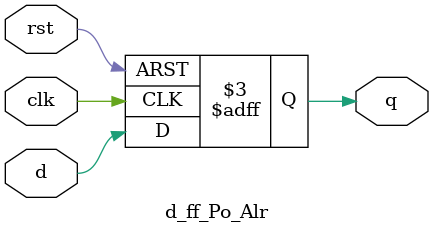
<source format=v>
`timescale 1ns / 1ps


module d_ff_Po_Alr(q,clk,d,rst);
input clk,d,rst;
output reg q;

always @(posedge clk or negedge rst) begin
    if(!rst)
        q <= 0;
    else 
        q <= d;
end
endmodule

</source>
